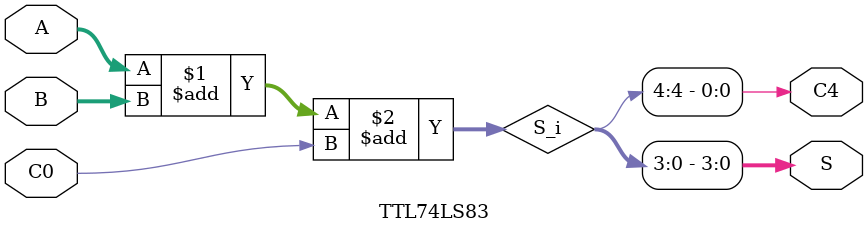
<source format=v>
`timescale 1ns / 100ps
  
module TTL74LS83(A, B, S, C0, C4);

	// io def
	input [3:0] 	A;
	input [3:0] 	B;
	input 		C0;
	
	output [3:0]	S;
	output 		C4;
	
	wire [3:0]	S;
	wire		C4;
	
	wire [4:0]	S_i;
	
	buf #(24)	(S[0], S_i[0]);
	buf #(24)	(S[1], S_i[1]);
	buf #(24)	(S[2], S_i[2]);
	buf #(24)	(S[3], S_i[3]);
	buf #(24)	(C4, S_i[4]);
	
	assign 	S_i = (A+B+C0);
	
endmodule
</source>
